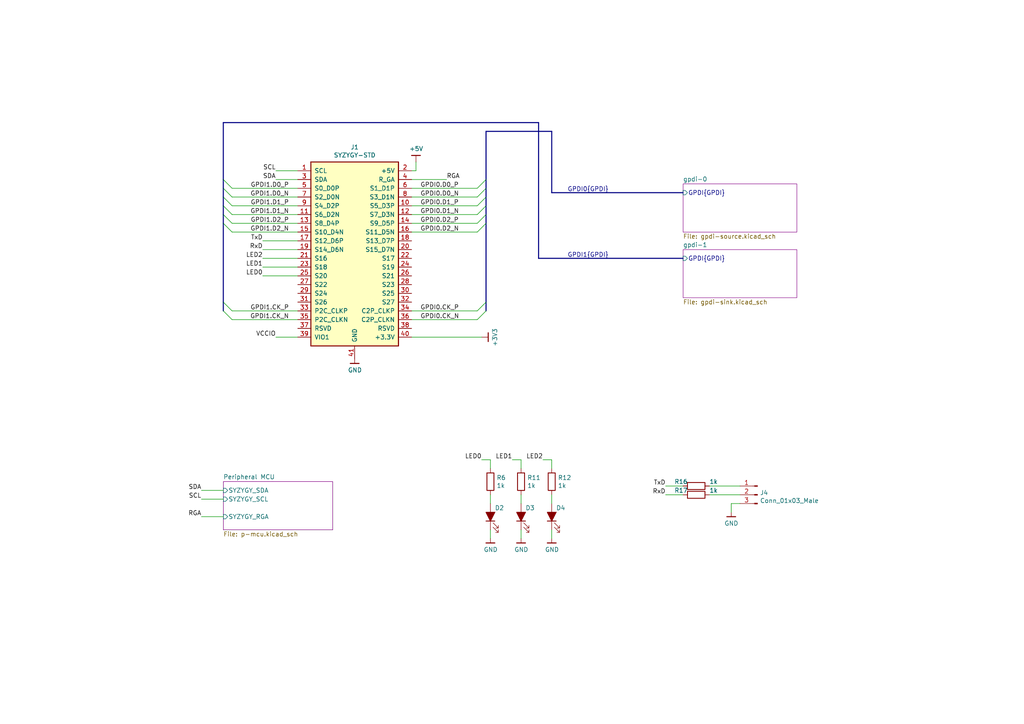
<source format=kicad_sch>
(kicad_sch (version 20210126) (generator eeschema)
  (paper "A4")
  (title_block (title "GPDI Breakout") (date "2020-12-01") (rev "r1.0") (company "GsD - @gregdavill") (comment 1 "SYZYGY Pod"))
  (lib_symbols
    (symbol "Connector:Conn_01x03_Male" (pin_names hide)
      (property "Reference" "J" (at 0 5.08 0))
      (property "Value" "Conn_01x03_Male" (at 0 -5.08 0))
      (symbol "Conn_01x03_Male_1_1"
        (rectangle (start 0.8636 -2.413) (end 0 -2.667) (fill (type outline)))
        (rectangle (start 0.8636 0.127) (end 0 -0.127) (fill (type outline)))
        (rectangle (start 0.8636 2.667) (end 0 2.413) (fill (type outline)))
        (polyline (pts (xy 1.27 -2.54) (xy 0.8636 -2.54)))
        (polyline (pts (xy 1.27 0) (xy 0.8636 0)))
        (polyline (pts (xy 1.27 2.54) (xy 0.8636 2.54)))
        (pin passive line (at 5.08 2.54 180) (length 3.81) (name "Pin_1") (number "1"))
        (pin passive line (at 5.08 0 180) (length 3.81) (name "Pin_2") (number "2"))
        (pin passive line (at 5.08 -2.54 180) (length 3.81) (name "Pin_3") (number "3"))
      )
    )
    (symbol "Device:LED_ALT" (pin_numbers hide) (pin_names hide)
      (property "Reference" "D" (at 0 2.54 0))
      (property "Value" "LED_ALT" (at 0 -2.54 0))
      (symbol "LED_ALT_0_1"
        (polyline (pts (xy -1.27 -1.27) (xy -1.27 1.27)) (stroke (width 0.254)))
        (polyline (pts (xy -1.27 0) (xy 1.27 0)))
        (polyline (pts (xy 1.27 -1.27) (xy 1.27 1.27) (xy -1.27 0) (xy 1.27 -1.27)) (stroke (width 0.254)) (fill (type outline)))
        (polyline (pts (xy -3.048 -0.762) (xy -4.572 -2.286) (xy -3.81 -2.286) (xy -4.572 -2.286) (xy -4.572 -1.524)))
        (polyline (pts (xy -1.778 -0.762) (xy -3.302 -2.286) (xy -2.54 -2.286) (xy -3.302 -2.286) (xy -3.302 -1.524)))
      )
      (symbol "LED_ALT_1_1"
        (pin passive line (at -3.81 0 0) (length 2.54) (name "K") (number "1"))
        (pin passive line (at 3.81 0 180) (length 2.54) (name "A") (number "2"))
      )
    )
    (symbol "Device:R" (pin_numbers hide) (pin_names (offset 0))
      (property "Reference" "R" (at 2.032 0 90))
      (property "Value" "R" (at 0 0 90))
      (symbol "R_0_1"
        (rectangle (start -1.016 -2.54) (end 1.016 2.54) (stroke (width 0.254)))
      )
      (symbol "R_1_1"
        (pin passive line (at 0 3.81 270) (length 1.27) (name "~") (number "1"))
        (pin passive line (at 0 -3.81 90) (length 1.27) (name "~") (number "2"))
      )
    )
    (symbol "gkl_power:+3V3" (power) (pin_names (offset 0))
      (property "Value" "+3V3" (at 0 3.556 0))
      (symbol "+3V3_0_1"
        (polyline (pts (xy -1.27 1.905) (xy 1.27 1.905)) (stroke (width 0.3048)))
        (polyline (pts (xy 0 0) (xy 0 1.905)))
      )
      (symbol "+3V3_1_1"
        (pin power_in line (at 0 0 90) (length 0) hide (name "+3V3") (number "1"))
      )
    )
    (symbol "gkl_power:+5V" (power) (pin_names (offset 0))
      (property "Value" "+5V" (at 0 3.175 0))
      (symbol "+5V_0_1"
        (polyline (pts (xy -1.27 1.905) (xy 1.27 1.905)) (stroke (width 0.3048)))
        (polyline (pts (xy 0 0) (xy 0 1.905)))
      )
      (symbol "+5V_1_1"
        (pin power_in line (at 0 0 90) (length 0) hide (name "+5V") (number "1"))
      )
    )
    (symbol "gkl_power:GND" (power) (pin_names (offset 0))
      (property "Value" "GND" (at 0 -2.54 0))
      (symbol "GND_0_1"
        (polyline (pts (xy 0 -1.27) (xy 0 0)))
        (polyline (pts (xy 1.27 -1.27) (xy -1.27 -1.27)) (stroke (width 0.3048)))
      )
      (symbol "GND_1_1"
        (pin power_in line (at 0 0 270) (length 0) hide (name "GND") (number "1"))
      )
    )
    (symbol "gsd-kicad:SYZYGY-STD" (pin_names (offset 1.016))
      (property "Reference" "J" (at 0 27.94 0))
      (property "Value" "SYZYGY-STD" (at 0 25.4 0))
      (symbol "SYZYGY-STD_0_1"
        (rectangle (start -12.7 24.13) (end 12.7 -29.21) (stroke (width 0.3302)) (fill (type background)))
      )
      (symbol "SYZYGY-STD_1_1"
        (pin input line (at -16.51 21.59 0) (length 3.81) (name "SCL") (number "1"))
        (pin input line (at 16.51 11.43 180) (length 3.81) (name "S5_D3P") (number "10"))
        (pin input line (at -16.51 8.89 0) (length 3.81) (name "S6_D2N") (number "11"))
        (pin input line (at 16.51 8.89 180) (length 3.81) (name "S7_D3N") (number "12"))
        (pin input line (at -16.51 6.35 0) (length 3.81) (name "S8_D4P") (number "13"))
        (pin input line (at 16.51 6.35 180) (length 3.81) (name "S9_D5P") (number "14"))
        (pin input line (at -16.51 3.81 0) (length 3.81) (name "S10_D4N") (number "15"))
        (pin input line (at 16.51 3.81 180) (length 3.81) (name "S11_D5N") (number "16"))
        (pin input line (at -16.51 1.27 0) (length 3.81) (name "S12_D6P") (number "17"))
        (pin input line (at 16.51 1.27 180) (length 3.81) (name "S13_D7P") (number "18"))
        (pin input line (at -16.51 -1.27 0) (length 3.81) (name "S14_D6N") (number "19"))
        (pin input line (at 16.51 21.59 180) (length 3.81) (name "+5V") (number "2"))
        (pin input line (at 16.51 -1.27 180) (length 3.81) (name "S15_D7N") (number "20"))
        (pin input line (at -16.51 -3.81 0) (length 3.81) (name "S16") (number "21"))
        (pin input line (at 16.51 -3.81 180) (length 3.81) (name "S17") (number "22"))
        (pin input line (at -16.51 -6.35 0) (length 3.81) (name "S18") (number "23"))
        (pin input line (at 16.51 -6.35 180) (length 3.81) (name "S19") (number "24"))
        (pin input line (at -16.51 -8.89 0) (length 3.81) (name "S20") (number "25"))
        (pin input line (at 16.51 -8.89 180) (length 3.81) (name "S21") (number "26"))
        (pin input line (at -16.51 -11.43 0) (length 3.81) (name "S22") (number "27"))
        (pin input line (at 16.51 -11.43 180) (length 3.81) (name "S23") (number "28"))
        (pin input line (at -16.51 -13.97 0) (length 3.81) (name "S24") (number "29"))
        (pin input line (at -16.51 19.05 0) (length 3.81) (name "SDA") (number "3"))
        (pin input line (at 16.51 -13.97 180) (length 3.81) (name "S25") (number "30"))
        (pin input line (at -16.51 -16.51 0) (length 3.81) (name "S26") (number "31"))
        (pin input line (at 16.51 -16.51 180) (length 3.81) (name "S27") (number "32"))
        (pin input line (at -16.51 -19.05 0) (length 3.81) (name "P2C_CLKP") (number "33"))
        (pin input line (at 16.51 -19.05 180) (length 3.81) (name "C2P_CLKP") (number "34"))
        (pin input line (at -16.51 -21.59 0) (length 3.81) (name "P2C_CLKN") (number "35"))
        (pin input line (at 16.51 -21.59 180) (length 3.81) (name "C2P_CLKN") (number "36"))
        (pin input line (at -16.51 -24.13 0) (length 3.81) (name "RSVD") (number "37"))
        (pin input line (at 16.51 -24.13 180) (length 3.81) (name "RSVD") (number "38"))
        (pin input line (at -16.51 -26.67 0) (length 3.81) (name "VIO1") (number "39"))
        (pin input line (at 16.51 19.05 180) (length 3.81) (name "R_GA") (number "4"))
        (pin input line (at 16.51 -26.67 180) (length 3.81) (name "+3.3V") (number "40"))
        (pin input line (at 0 -33.02 90) (length 3.81) (name "GND") (number "41"))
        (pin input line (at -16.51 16.51 0) (length 3.81) (name "S0_D0P") (number "5"))
        (pin input line (at 16.51 16.51 180) (length 3.81) (name "S1_D1P") (number "6"))
        (pin input line (at -16.51 13.97 0) (length 3.81) (name "S2_D0N") (number "7"))
        (pin input line (at 16.51 13.97 180) (length 3.81) (name "S3_D1N") (number "8"))
        (pin input line (at -16.51 11.43 0) (length 3.81) (name "S4_D2P") (number "9"))
      )
    )
  )
  (bus_alias "GPDI" (members "CK_N" "CK_P" "D0_N" "D0_P" "D1_N" "D1_P" "D2_N" "D2_P"))
  (bus_entry (at 64.77 90.17) (size 2.54 2.54) (stroke (width 0.1524)))
  (bus_entry (at 67.31 54.61) (size -2.54 -2.54) (stroke (width 0.1524)))
  (bus_entry (at 67.31 57.15) (size -2.54 -2.54) (stroke (width 0.1524)))
  (bus_entry (at 67.31 59.69) (size -2.54 -2.54) (stroke (width 0.1524)))
  (bus_entry (at 67.31 62.23) (size -2.54 -2.54) (stroke (width 0.1524)))
  (bus_entry (at 67.31 64.77) (size -2.54 -2.54) (stroke (width 0.1524)))
  (bus_entry (at 67.31 67.31) (size -2.54 -2.54) (stroke (width 0.1524)))
  (bus_entry (at 67.31 90.17) (size -2.54 -2.54) (stroke (width 0.1524)))
  (bus_entry (at 138.43 54.61) (size 2.54 -2.54) (stroke (width 0.1524)))
  (bus_entry (at 138.43 57.15) (size 2.54 -2.54) (stroke (width 0.1524)))
  (bus_entry (at 138.43 59.69) (size 2.54 -2.54) (stroke (width 0.1524)))
  (bus_entry (at 138.43 62.23) (size 2.54 -2.54) (stroke (width 0.1524)))
  (bus_entry (at 138.43 64.77) (size 2.54 -2.54) (stroke (width 0.1524)))
  (bus_entry (at 138.43 67.31) (size 2.54 -2.54) (stroke (width 0.1524)))
  (bus_entry (at 138.43 90.17) (size 2.54 -2.54) (stroke (width 0.1524)))
  (bus_entry (at 140.97 90.17) (size -2.54 2.54) (stroke (width 0.1524)))
  (wire (pts (xy 64.77 142.24) (xy 58.42 142.24)))
  (wire (pts (xy 64.77 144.78) (xy 58.42 144.78)))
  (wire (pts (xy 64.77 149.86) (xy 58.42 149.86)))
  (wire (pts (xy 76.2 74.93) (xy 86.36 74.93)))
  (wire (pts (xy 76.2 77.47) (xy 86.36 77.47)))
  (wire (pts (xy 76.2 80.01) (xy 86.36 80.01)))
  (wire (pts (xy 86.36 49.53) (xy 80.01 49.53)))
  (wire (pts (xy 86.36 52.07) (xy 80.01 52.07)))
  (wire (pts (xy 86.36 54.61) (xy 67.31 54.61)))
  (wire (pts (xy 86.36 57.15) (xy 67.31 57.15)))
  (wire (pts (xy 86.36 59.69) (xy 67.31 59.69)))
  (wire (pts (xy 86.36 62.23) (xy 67.31 62.23)))
  (wire (pts (xy 86.36 64.77) (xy 67.31 64.77)))
  (wire (pts (xy 86.36 67.31) (xy 67.31 67.31)))
  (wire (pts (xy 86.36 69.85) (xy 76.2 69.85)))
  (wire (pts (xy 86.36 72.39) (xy 76.2 72.39)))
  (wire (pts (xy 86.36 90.17) (xy 67.31 90.17)))
  (wire (pts (xy 86.36 92.71) (xy 67.31 92.71)))
  (wire (pts (xy 86.36 97.79) (xy 80.01 97.79)))
  (wire (pts (xy 119.38 49.53) (xy 120.65 49.53)))
  (wire (pts (xy 119.38 52.07) (xy 129.54 52.07)))
  (wire (pts (xy 119.38 54.61) (xy 138.43 54.61)))
  (wire (pts (xy 119.38 57.15) (xy 138.43 57.15)))
  (wire (pts (xy 119.38 59.69) (xy 138.43 59.69)))
  (wire (pts (xy 119.38 62.23) (xy 138.43 62.23)))
  (wire (pts (xy 119.38 64.77) (xy 138.43 64.77)))
  (wire (pts (xy 119.38 67.31) (xy 138.43 67.31)))
  (wire (pts (xy 119.38 90.17) (xy 138.43 90.17)))
  (wire (pts (xy 119.38 92.71) (xy 138.43 92.71)))
  (wire (pts (xy 119.38 97.79) (xy 139.7 97.79)))
  (wire (pts (xy 120.65 49.53) (xy 120.65 46.99)))
  (wire (pts (xy 139.7 133.35) (xy 142.24 133.35)))
  (wire (pts (xy 142.24 135.89) (xy 142.24 133.35)))
  (wire (pts (xy 142.24 143.51) (xy 142.24 146.05)))
  (wire (pts (xy 142.24 153.67) (xy 142.24 156.21)))
  (wire (pts (xy 148.59 133.35) (xy 151.13 133.35)))
  (wire (pts (xy 151.13 135.89) (xy 151.13 133.35)))
  (wire (pts (xy 151.13 143.51) (xy 151.13 146.05)))
  (wire (pts (xy 151.13 153.67) (xy 151.13 156.21)))
  (wire (pts (xy 157.48 133.35) (xy 160.02 133.35)))
  (wire (pts (xy 160.02 135.89) (xy 160.02 133.35)))
  (wire (pts (xy 160.02 143.51) (xy 160.02 146.05)))
  (wire (pts (xy 160.02 153.67) (xy 160.02 156.21)))
  (wire (pts (xy 193.04 140.97) (xy 198.12 140.97)))
  (wire (pts (xy 193.04 143.51) (xy 198.12 143.51)))
  (wire (pts (xy 205.74 140.97) (xy 214.63 140.97)))
  (wire (pts (xy 205.74 143.51) (xy 214.63 143.51)))
  (wire (pts (xy 212.09 146.05) (xy 212.09 148.59)))
  (wire (pts (xy 214.63 146.05) (xy 212.09 146.05)))
  (bus (pts (xy 64.77 35.56) (xy 64.77 52.07)))
  (bus (pts (xy 64.77 52.07) (xy 64.77 54.61)))
  (bus (pts (xy 64.77 54.61) (xy 64.77 57.15)))
  (bus (pts (xy 64.77 57.15) (xy 64.77 59.69)))
  (bus (pts (xy 64.77 59.69) (xy 64.77 62.23)))
  (bus (pts (xy 64.77 62.23) (xy 64.77 64.77)))
  (bus (pts (xy 64.77 64.77) (xy 64.77 87.63)))
  (bus (pts (xy 64.77 87.63) (xy 64.77 90.17)))
  (bus (pts (xy 140.97 38.1) (xy 140.97 52.07)))
  (bus (pts (xy 140.97 52.07) (xy 140.97 54.61)))
  (bus (pts (xy 140.97 54.61) (xy 140.97 57.15)))
  (bus (pts (xy 140.97 57.15) (xy 140.97 59.69)))
  (bus (pts (xy 140.97 59.69) (xy 140.97 62.23)))
  (bus (pts (xy 140.97 62.23) (xy 140.97 64.77)))
  (bus (pts (xy 140.97 64.77) (xy 140.97 87.63)))
  (bus (pts (xy 140.97 87.63) (xy 140.97 90.17)))
  (bus (pts (xy 156.21 35.56) (xy 64.77 35.56)))
  (bus (pts (xy 156.21 74.93) (xy 156.21 35.56)))
  (bus (pts (xy 160.02 38.1) (xy 140.97 38.1)))
  (bus (pts (xy 160.02 55.88) (xy 160.02 38.1)))
  (bus (pts (xy 198.12 55.88) (xy 160.02 55.88)))
  (bus (pts (xy 198.12 74.93) (xy 156.21 74.93)))
  (label "SDA" (at 58.42 142.24 180))
  (label "SCL" (at 58.42 144.78 180))
  (label "RGA" (at 58.42 149.86 180))
  (label "TxD" (at 76.2 69.85 180))
  (label "RxD" (at 76.2 72.39 180))
  (label "LED2" (at 76.2 74.93 180))
  (label "LED1" (at 76.2 77.47 180))
  (label "LED0" (at 76.2 80.01 180))
  (label "SCL" (at 80.01 49.53 180))
  (label "SDA" (at 80.01 52.07 180))
  (label "VCCIO" (at 80.01 97.79 180))
  (label "GPDI1.D0_P" (at 83.82 54.61 180))
  (label "GPDI1.D0_N" (at 83.82 57.15 180))
  (label "GPDI1.D1_P" (at 83.82 59.69 180))
  (label "GPDI1.D1_N" (at 83.82 62.23 180))
  (label "GPDI1.D2_P" (at 83.82 64.77 180))
  (label "GPDI1.D2_N" (at 83.82 67.31 180))
  (label "GPDI1.CK_P" (at 83.82 90.17 180))
  (label "GPDI1.CK_N" (at 83.82 92.71 180))
  (label "GPDI0.D0_P" (at 121.92 54.61 0))
  (label "GPDI0.D0_N" (at 121.92 57.15 0))
  (label "GPDI0.D1_P" (at 121.92 59.69 0))
  (label "GPDI0.D1_N" (at 121.92 62.23 0))
  (label "GPDI0.D2_P" (at 121.92 64.77 0))
  (label "GPDI0.D2_N" (at 121.92 67.31 0))
  (label "GPDI0.CK_P" (at 121.92 90.17 0))
  (label "GPDI0.CK_N" (at 121.92 92.71 0))
  (label "RGA" (at 129.54 52.07 0))
  (label "LED0" (at 139.7 133.35 180))
  (label "LED1" (at 148.59 133.35 180))
  (label "LED2" (at 157.48 133.35 180))
  (label "GPDI0{GPDI}" (at 176.53 55.88 180))
  (label "GPDI1{GPDI}" (at 176.53 74.93 180))
  (label "TxD" (at 193.04 140.97 180))
  (label "RxD" (at 193.04 143.51 180))
  (symbol (lib_id "gkl_power:GND") (at 102.87 104.14 0) (unit 1)
    (property "Reference" "#PWR0104" (effects hide))
    (property "Value" "GND" (at 102.9462 107.3404 0))
  )
  (symbol (lib_id "gkl_power:GND") (at 142.24 156.21 0) (unit 1)
    (property "Reference" "#PWR011" (effects hide))
    (property "Value" "GND" (at 142.3162 159.4104 0))
  )
  (symbol (lib_id "gkl_power:GND") (at 151.13 156.21 0) (unit 1)
    (property "Reference" "#PWR012" (effects hide))
    (property "Value" "GND" (at 151.2062 159.4104 0))
  )
  (symbol (lib_id "gkl_power:GND") (at 160.02 156.21 0) (unit 1)
    (property "Reference" "#PWR015" (effects hide))
    (property "Value" "GND" (at 160.0962 159.4104 0))
  )
  (symbol (lib_id "gkl_power:GND") (at 212.09 148.59 0) (unit 1)
    (property "Reference" "#PWR0101" (effects hide))
    (property "Value" "GND" (at 212.1281 151.7968 0))
  )
  (symbol (lib_id "gkl_power:+5V") (at 120.65 46.99 0) (unit 1)
    (property "Reference" "#PWR0102" (effects hide))
    (property "Value" "+5V" (at 120.7262 43.1546 0))
  )
  (symbol (lib_id "gkl_power:+3V3") (at 139.7 97.79 270) (unit 1)
    (property "Reference" "#PWR0103" (effects hide))
    (property "Value" "+3V3" (at 143.5354 97.8662 0))
  )
  (symbol (lib_id "Device:R") (at 142.24 139.7 0) (unit 1)
    (property "Reference" "R6" (at 144.0181 138.5506 0) (effects (justify left)))
    (property "Value" "1k" (at 144.0181 140.8493 0) (effects (justify left)))
    (property "Footprint" "Resistor_SMD:R_0402_1005Metric" (effects hide))
    (property "Mfg" "Yageo" (effects hide))
    (property "PN" "AC0402FR-071KL" (effects hide))
  )
  (symbol (lib_id "Device:R") (at 151.13 139.7 0) (unit 1)
    (property "Reference" "R11" (at 152.9081 138.5506 0) (effects (justify left)))
    (property "Value" "1k" (at 152.9081 140.8493 0) (effects (justify left)))
    (property "Footprint" "Resistor_SMD:R_0402_1005Metric" (effects hide))
    (property "Mfg" "Yageo" (effects hide))
    (property "PN" "AC0402FR-071KL" (effects hide))
  )
  (symbol (lib_id "Device:R") (at 160.02 139.7 0) (unit 1)
    (property "Reference" "R12" (at 161.7981 138.5506 0) (effects (justify left)))
    (property "Value" "1k" (at 161.7981 140.8493 0) (effects (justify left)))
    (property "Footprint" "Resistor_SMD:R_0402_1005Metric" (effects hide))
    (property "Mfg" "Yageo" (effects hide))
    (property "PN" "AC0402FR-071KL" (effects hide))
  )
  (symbol (lib_id "Device:R") (at 201.93 140.97 270) (unit 1)
    (property "Reference" "R16" (at 195.58 139.7 90) (effects (justify left)))
    (property "Value" "1k" (at 205.74 139.7 90) (effects (justify left)))
    (property "Footprint" "Resistor_SMD:R_0402_1005Metric" (effects hide))
    (property "Mfg" "Yageo" (effects hide))
    (property "PN" "AC0402FR-071KL" (effects hide))
  )
  (symbol (lib_id "Device:R") (at 201.93 143.51 270) (unit 1)
    (property "Reference" "R17" (at 195.58 142.24 90) (effects (justify left)))
    (property "Value" "1k" (at 205.74 142.24 90) (effects (justify left)))
    (property "Footprint" "Resistor_SMD:R_0402_1005Metric" (effects hide))
    (property "Mfg" "Yageo" (effects hide))
    (property "PN" "AC0402FR-071KL" (effects hide))
  )
  (symbol (lib_id "Device:LED_ALT") (at 142.24 149.86 90) (unit 1)
    (property "Reference" "D2" (at 143.51 147.32 90) (effects (justify right)))
    (property "Value" "LED_ALT" (effects hide))
    (property "Footprint" "LED_SMD:LED_0402_1005Metric" (effects hide))
    (property "Mfg" "TOGIALED" (effects hide))
    (property "PN" "TJ-S1005SW4TGLC7K-A5" (effects hide))
  )
  (symbol (lib_id "Device:LED_ALT") (at 151.13 149.86 90) (unit 1)
    (property "Reference" "D3" (at 152.4 147.32 90) (effects (justify right)))
    (property "Value" "LED_ALT" (effects hide))
    (property "Footprint" "LED_SMD:LED_0402_1005Metric" (effects hide))
    (property "Mfg" "TOGIALED" (effects hide))
    (property "PN" "TJ-S1005SW4TGLC7K-A5" (effects hide))
  )
  (symbol (lib_id "Device:LED_ALT") (at 160.02 149.86 90) (unit 1)
    (property "Reference" "D4" (at 161.29 147.32 90) (effects (justify right)))
    (property "Value" "LED_ALT" (effects hide))
    (property "Footprint" "LED_SMD:LED_0402_1005Metric" (effects hide))
    (property "Mfg" "TOGIALED" (effects hide))
    (property "PN" "TJ-S1005SW4TGLC7K-A5" (effects hide))
  )
  (symbol (lib_id "Connector:Conn_01x03_Male") (at 219.71 143.51 0) (mirror y) (unit 1)
    (property "Reference" "J4" (at 220.4213 142.9194 0) (effects (justify right)))
    (property "Value" "Conn_01x03_Male" (at 220.4213 145.2181 0) (effects (justify right)))
    (property "Footprint" "Connector_PinHeader_2.54mm:PinHeader_1x03_P2.54mm_Vertical" (effects hide))
  )
  (symbol (lib_id "gsd-kicad:SYZYGY-STD") (at 102.87 71.12 0) (unit 1)
    (property "Reference" "J1" (at 102.87 42.6974 0))
    (property "Value" "SYZYGY-STD" (at 102.87 45.0088 0))
    (property "Footprint" "gsd-footprints:SYZYGY-STD-POD" (effects hide))
    (property "Mfg" "Samtec Inc." (effects hide))
    (property "PN" "QTE-020-01-F-D-A" (effects hide))
  )
  (sheet (at 64.77 139.7) (size 31.75 13.97) (stroke (width 0.1524) (color 132 0 132 1)) (fill (color 255 255 255 1.0000))
    (property "Sheet name" "Peripheral MCU" (at 64.77 139.0645 0) (effects (justify left bottom)))
    (property "Sheet file" "p-mcu.kicad_sch" (at 64.77 154.1785 0) (effects (justify left top)))
    (pin "SYZYGY_SCL" input (at 64.77 144.78 180))
    (pin "SYZYGY_SDA" input (at 64.77 142.24 180))
    (pin "SYZYGY_RGA" input (at 64.77 149.86 180))
  )
  (sheet (at 198.12 53.34) (size 33.02 13.97) (stroke (width 0.001) (color 132 0 132 1)) (fill (color 255 255 255 0.0000))
    (property "Sheet name" "gpdi-0" (at 198.12 52.704 0) (effects (justify left bottom)))
    (property "Sheet file" "gpdi-source.kicad_sch" (at 198.12 67.8189 0) (effects (justify left top)))
    (pin "GPDI{GPDI}" input (at 198.12 55.88 180))
  )
  (sheet (at 198.12 72.39) (size 33.02 13.97) (stroke (width 0.001) (color 132 0 132 1)) (fill (color 255 255 255 0.0000))
    (property "Sheet name" "gpdi-1" (at 198.12 71.7541 0) (effects (justify left bottom)))
    (property "Sheet file" "gpdi-sink.kicad_sch" (at 198.12 86.8689 0) (effects (justify left top)))
    (pin "GPDI{GPDI}" input (at 198.12 74.93 180))
  )
)
</source>
